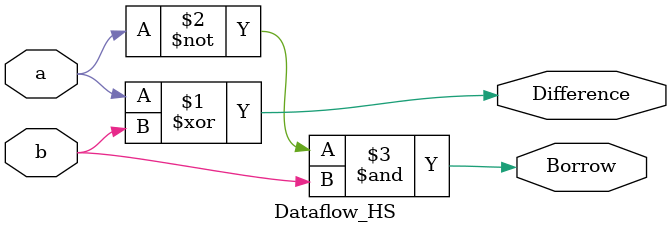
<source format=v>
module Dataflow_HS(a, b, Difference, Borrow);
    input a, b;
    output Difference, Borrow;

    assign Difference = a ^ b;
    assign Borrow = ~a & b;
endmodule

</source>
